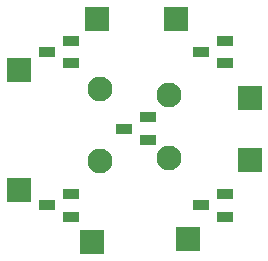
<source format=gts>
G04 Layer: TopSolderMaskLayer*
G04 EasyEDA v6.5.46, 2025-07-23 17:24:06*
G04 74a4e304ba1b453b8bde7bcb9ef7a0d0,7be8f16a26344db1bf46185b0a727cd7,10*
G04 Gerber Generator version 0.2*
G04 Scale: 100 percent, Rotated: No, Reflected: No *
G04 Dimensions in millimeters *
G04 leading zeros omitted , absolute positions ,4 integer and 5 decimal *
%FSLAX45Y45*%
%MOMM*%

%AMMACRO1*4,1,8,-1.0211,-1.0508,-1.0508,-1.021,-1.0508,1.0211,-1.0211,1.0508,1.021,1.0508,1.0508,1.0211,1.0508,-1.021,1.021,-1.0508,-1.0211,-1.0508,0*%
%AMMACRO2*4,1,8,-0.646,-0.4008,-0.6758,-0.371,-0.6758,0.3711,-0.646,0.4008,0.646,0.4008,0.6758,0.3711,0.6758,-0.371,0.646,-0.4008,-0.646,-0.4008,0*%
%ADD10C,2.1016*%
%ADD11MACRO1*%
%ADD12MACRO2*%

%LPD*%
D10*
G01*
X2578100Y6642100D03*
G01*
X2578100Y6108700D03*
G01*
X1993900Y6692900D03*
G01*
X1993900Y6083300D03*
D11*
G01*
X1930399Y5397500D03*
G01*
X1308100Y6858000D03*
G01*
X2641600Y7289800D03*
G01*
X3263900Y6616700D03*
D12*
G01*
X2399969Y6264910D03*
G01*
X2399969Y6454900D03*
G01*
X2199970Y6359904D03*
G01*
X1749983Y6914896D03*
G01*
X1749983Y7104886D03*
G01*
X1549984Y7009890D03*
G01*
X3049955Y6914896D03*
G01*
X3049955Y7104886D03*
G01*
X2849956Y7009890D03*
G01*
X1749983Y5614923D03*
G01*
X1749983Y5804914D03*
G01*
X1549984Y5709918D03*
G01*
X3049955Y5614923D03*
G01*
X3049955Y5804914D03*
G01*
X2849956Y5709918D03*
D11*
G01*
X2743200Y5422900D03*
G01*
X1308100Y5842000D03*
G01*
X1968499Y7289800D03*
G01*
X3263900Y6096000D03*
M02*

</source>
